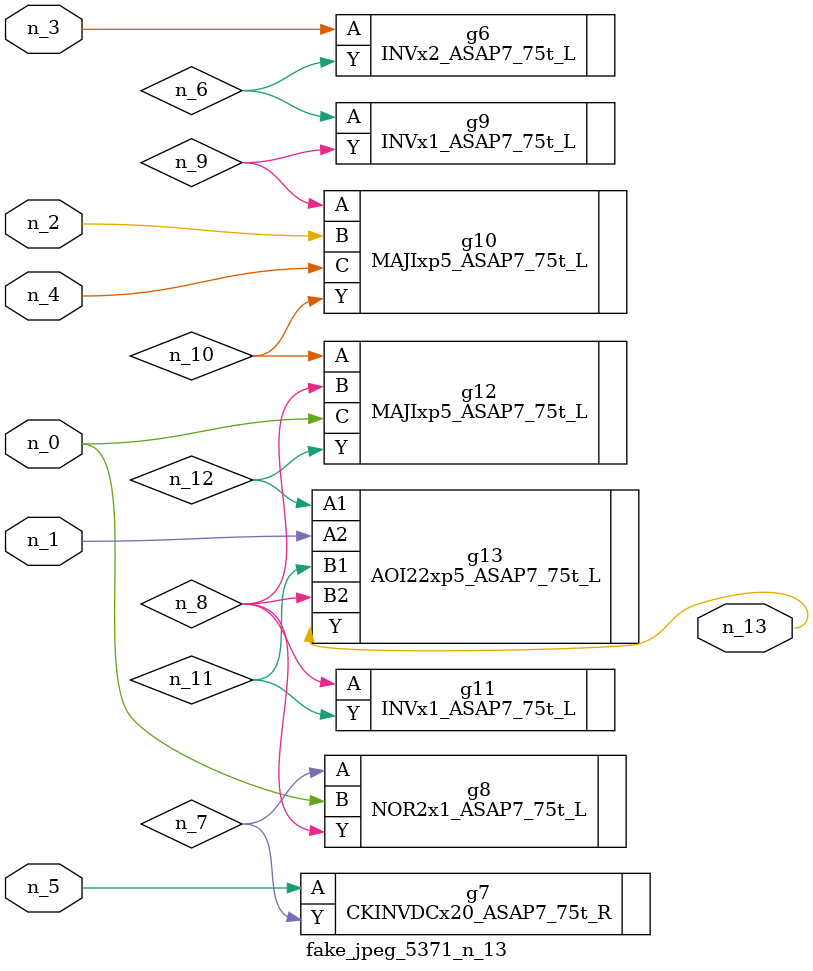
<source format=v>
module fake_jpeg_5371_n_13 (n_3, n_2, n_1, n_0, n_4, n_5, n_13);

input n_3;
input n_2;
input n_1;
input n_0;
input n_4;
input n_5;

output n_13;

wire n_11;
wire n_10;
wire n_12;
wire n_8;
wire n_9;
wire n_6;
wire n_7;

INVx2_ASAP7_75t_L g6 ( 
.A(n_3),
.Y(n_6)
);

CKINVDCx20_ASAP7_75t_R g7 ( 
.A(n_5),
.Y(n_7)
);

NOR2x1_ASAP7_75t_L g8 ( 
.A(n_7),
.B(n_0),
.Y(n_8)
);

INVx1_ASAP7_75t_L g11 ( 
.A(n_8),
.Y(n_11)
);

INVx1_ASAP7_75t_L g9 ( 
.A(n_6),
.Y(n_9)
);

MAJIxp5_ASAP7_75t_L g10 ( 
.A(n_9),
.B(n_2),
.C(n_4),
.Y(n_10)
);

MAJIxp5_ASAP7_75t_L g12 ( 
.A(n_10),
.B(n_8),
.C(n_0),
.Y(n_12)
);

AOI22xp5_ASAP7_75t_L g13 ( 
.A1(n_12),
.A2(n_1),
.B1(n_11),
.B2(n_8),
.Y(n_13)
);


endmodule
</source>
